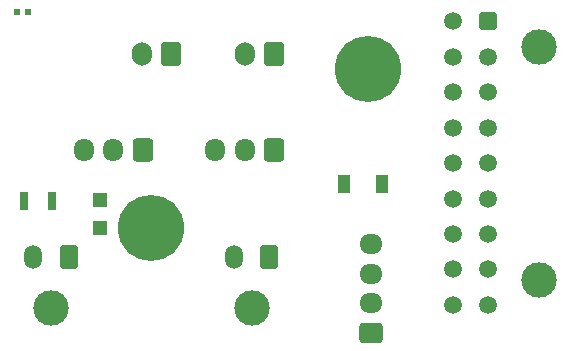
<source format=gbr>
%TF.GenerationSoftware,KiCad,Pcbnew,(6.0.6)*%
%TF.CreationDate,2022-07-16T02:41:13+02:00*%
%TF.ProjectId,toolhead_pcb,746f6f6c-6865-4616-945f-7063622e6b69,rev?*%
%TF.SameCoordinates,Original*%
%TF.FileFunction,Soldermask,Top*%
%TF.FilePolarity,Negative*%
%FSLAX46Y46*%
G04 Gerber Fmt 4.6, Leading zero omitted, Abs format (unit mm)*
G04 Created by KiCad (PCBNEW (6.0.6)) date 2022-07-16 02:41:13*
%MOMM*%
%LPD*%
G01*
G04 APERTURE LIST*
G04 Aperture macros list*
%AMRoundRect*
0 Rectangle with rounded corners*
0 $1 Rounding radius*
0 $2 $3 $4 $5 $6 $7 $8 $9 X,Y pos of 4 corners*
0 Add a 4 corners polygon primitive as box body*
4,1,4,$2,$3,$4,$5,$6,$7,$8,$9,$2,$3,0*
0 Add four circle primitives for the rounded corners*
1,1,$1+$1,$2,$3*
1,1,$1+$1,$4,$5*
1,1,$1+$1,$6,$7*
1,1,$1+$1,$8,$9*
0 Add four rect primitives between the rounded corners*
20,1,$1+$1,$2,$3,$4,$5,0*
20,1,$1+$1,$4,$5,$6,$7,0*
20,1,$1+$1,$6,$7,$8,$9,0*
20,1,$1+$1,$8,$9,$2,$3,0*%
G04 Aperture macros list end*
%ADD10C,3.000000*%
%ADD11RoundRect,0.250001X0.499999X0.759999X-0.499999X0.759999X-0.499999X-0.759999X0.499999X-0.759999X0*%
%ADD12O,1.500000X2.020000*%
%ADD13C,5.600000*%
%ADD14RoundRect,0.250000X0.600000X0.725000X-0.600000X0.725000X-0.600000X-0.725000X0.600000X-0.725000X0*%
%ADD15O,1.700000X1.950000*%
%ADD16RoundRect,0.250000X0.725000X-0.600000X0.725000X0.600000X-0.725000X0.600000X-0.725000X-0.600000X0*%
%ADD17O,1.950000X1.700000*%
%ADD18R,1.000000X1.600000*%
%ADD19R,1.200000X1.200000*%
%ADD20R,0.500000X0.600000*%
%ADD21RoundRect,0.250000X0.600000X0.750000X-0.600000X0.750000X-0.600000X-0.750000X0.600000X-0.750000X0*%
%ADD22O,1.700000X2.000000*%
%ADD23R,0.800000X1.600000*%
%ADD24RoundRect,0.250001X-0.499999X0.499999X-0.499999X-0.499999X0.499999X-0.499999X0.499999X0.499999X0*%
%ADD25C,1.500000*%
G04 APERTURE END LIST*
D10*
%TO.C,Therm 0*%
X90500000Y-106800000D03*
D11*
X92000000Y-102480000D03*
D12*
X89000000Y-102480000D03*
%TD*%
D13*
%TO.C,REF\u002A\u002A*%
X100350000Y-86500000D03*
%TD*%
D14*
%TO.C,Neo Pixel*%
X81300000Y-93425000D03*
D15*
X78800000Y-93425000D03*
X76300000Y-93425000D03*
%TD*%
D16*
%TO.C,E-Motor*%
X100575000Y-108850000D03*
D17*
X100575000Y-106350000D03*
X100575000Y-103850000D03*
X100575000Y-101350000D03*
%TD*%
D18*
%TO.C,Probe filter diode*%
X98300000Y-96300000D03*
X101500000Y-96300000D03*
%TD*%
D19*
%TO.C,R1100*%
X77700000Y-97600000D03*
X77700000Y-100000000D03*
%TD*%
D20*
%TO.C,Thermistor Chamber*%
X70598500Y-81699000D03*
X71600000Y-81700000D03*
%TD*%
D13*
%TO.C,REF\u002A\u002A*%
X82000000Y-100000000D03*
%TD*%
D10*
%TO.C,Hotend*%
X73500000Y-106750000D03*
D11*
X75000000Y-102430000D03*
D12*
X72000000Y-102430000D03*
%TD*%
D21*
%TO.C,Fan 1*%
X92400000Y-85300000D03*
D22*
X89900000Y-85300000D03*
%TD*%
D23*
%TO.C,Hotend Led*%
X71200000Y-97700000D03*
X73600000Y-97700000D03*
%TD*%
D10*
%TO.C,Breakbox In*%
X114835000Y-104360000D03*
X114835000Y-84660000D03*
D24*
X110515000Y-82500000D03*
D25*
X110515000Y-85500000D03*
X110515000Y-88500000D03*
X110515000Y-91500000D03*
X110515000Y-94500000D03*
X110515000Y-97500000D03*
X110515000Y-100500000D03*
X110515000Y-103500000D03*
X110515000Y-106500000D03*
X107515000Y-82500000D03*
X107515000Y-85500000D03*
X107515000Y-88500000D03*
X107515000Y-91500000D03*
X107515000Y-94500000D03*
X107515000Y-97500000D03*
X107515000Y-100500000D03*
X107515000Y-103500000D03*
X107515000Y-106500000D03*
%TD*%
D21*
%TO.C,Fan 0*%
X83700000Y-85300000D03*
D22*
X81200000Y-85300000D03*
%TD*%
D14*
%TO.C,Probe*%
X92400000Y-93425000D03*
D15*
X89900000Y-93425000D03*
X87400000Y-93425000D03*
%TD*%
M02*

</source>
